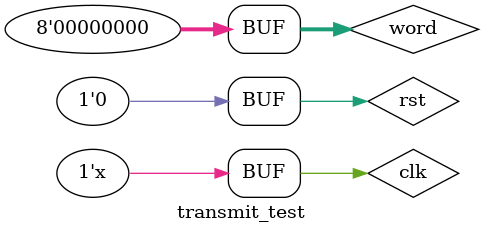
<source format=v>
`timescale 1ns / 1ps

module transmit_test;

	reg [7:0] word;
	reg clk;
	reg rst;

	wire txd;

	transmit uut (
		.word(word), 
		.clk(clk), 
		.rst(rst), 
		.txd(txd)
	);

	initial begin
		word = 129;
		clk = 0;
		rst = 0;
	end
	
	always begin
		# 1 clk = ~clk;
   end
	
	always begin
		# 100 word = 0;
   end
endmodule


</source>
